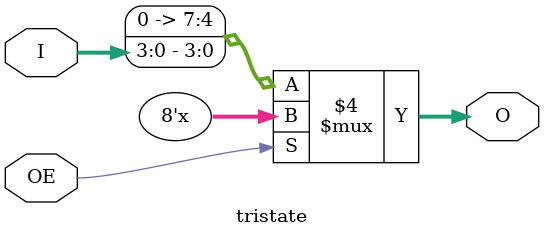
<source format=sv>

module tristate (
  input wire OE,
  input wire [3:0] I,
  output reg [7:0] O
            );
  
always @(OE or I)
begin
    if (~OE)
        O = I;
    else
        O = 8'bZZZZZZZZ;
end
endmodule

</source>
